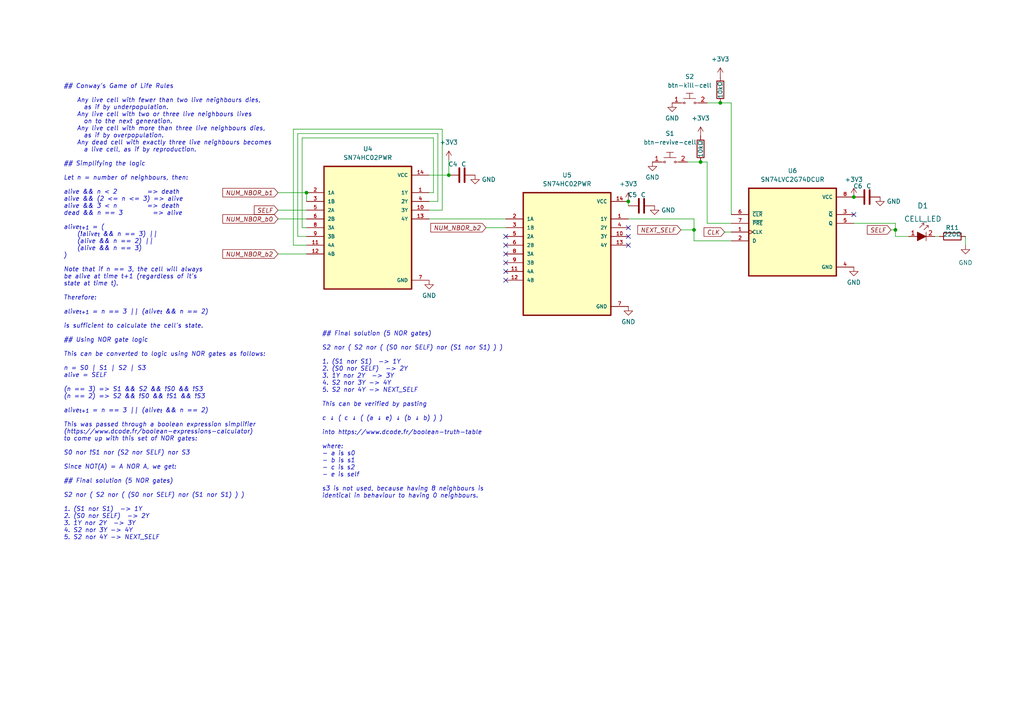
<source format=kicad_sch>
(kicad_sch (version 20211123) (generator eeschema)
  (paper "A4")
  (lib_symbols
    (symbol "Device:C" (pin_numbers hide) (pin_names (offset 0.254))
      (property "Reference" "C" (at 0.635 2.54 0))
      (property "Value" "C" (at 0.635 -2.54 0))
      (symbol "C_0_1"
        (polyline (pts (xy -2.032 -0.762) (xy 2.032 -0.762)) (stroke (width 0.508)))
        (polyline (pts (xy -2.032 0.762) (xy 2.032 0.762)) (stroke (width 0.508)))
      )
      (symbol "C_1_1"
        (pin passive line (at 0 3.81 270) (length 2.794) (name "~") (number "1"))
        (pin passive line (at 0 -3.81 90) (length 2.794) (name "~") (number "2"))
      )
    )
    (symbol "Device:R" (pin_numbers hide) (pin_names (offset 0))
      (property "Reference" "R" (at 2.032 0 90))
      (property "Value" "R" (at 0 0 90))
      (symbol "R_0_1"
        (rectangle (start -1.016 -2.54) (end 1.016 2.54) (stroke (width 0.254)))
      )
      (symbol "R_1_1"
        (pin passive line (at 0 3.81 270) (length 1.27) (name "~") (number "1"))
        (pin passive line (at 0 -3.81 90) (length 1.27) (name "~") (number "2"))
      )
    )
    (symbol "SN74HC02PWR_NOR_4CH_2-INP:SN74HC02PWR" (pin_names (offset 1.016))
      (property "Reference" "U" (at -12.7 18.78 0))
      (property "Value" "SN74HC02PWR" (at -12.7 -21.78 0))
      (symbol "SN74HC02PWR_0_0"
        (rectangle (start -12.7 -17.78) (end 12.7 17.78) (stroke (width 0.41)) (fill (type background)))
        (pin output line (at 17.78 10.16 180) (length 5.08) (name "1Y") (number "1"))
        (pin output line (at 17.78 5.08 180) (length 5.08) (name "3Y") (number "10"))
        (pin input line (at -17.78 -5.08 0) (length 5.08) (name "4A") (number "11"))
        (pin input line (at -17.78 -7.62 0) (length 5.08) (name "4B") (number "12"))
        (pin output line (at 17.78 2.54 180) (length 5.08) (name "4Y") (number "13"))
        (pin power_in line (at 17.78 15.24 180) (length 5.08) (name "VCC") (number "14"))
        (pin input line (at -17.78 10.16 0) (length 5.08) (name "1A") (number "2"))
        (pin input line (at -17.78 7.62 0) (length 5.08) (name "1B") (number "3"))
        (pin output line (at 17.78 7.62 180) (length 5.08) (name "2Y") (number "4"))
        (pin input line (at -17.78 5.08 0) (length 5.08) (name "2A") (number "5"))
        (pin input line (at -17.78 2.54 0) (length 5.08) (name "2B") (number "6"))
        (pin power_in line (at 17.78 -15.24 180) (length 5.08) (name "GND") (number "7"))
        (pin input line (at -17.78 0 0) (length 5.08) (name "3A") (number "8"))
        (pin input line (at -17.78 -2.54 0) (length 5.08) (name "3B") (number "9"))
      )
    )
    (symbol "SN74LVC2G74DCUR_d-flip-flop:SN74LVC2G74DCUR" (pin_names (offset 1.016))
      (property "Reference" "U" (at -12.7 13.7 0))
      (property "Value" "SN74LVC2G74DCUR" (at -12.7 -16.7 0))
      (symbol "SN74LVC2G74DCUR_0_0"
        (rectangle (start -12.7 -12.7) (end 12.7 12.7) (stroke (width 0.41)) (fill (type background)))
        (pin input clock (at -17.78 0 0) (length 5.08) (name "CLK") (number "1"))
        (pin input line (at -17.78 -2.54 0) (length 5.08) (name "D") (number "2"))
        (pin output line (at 17.78 5.08 180) (length 5.08) (name "~{Q}") (number "3"))
        (pin power_in line (at 17.78 -10.16 180) (length 5.08) (name "GND") (number "4"))
        (pin output line (at 17.78 2.54 180) (length 5.08) (name "Q") (number "5"))
        (pin input line (at -17.78 5.08 0) (length 5.08) (name "~{CLR}") (number "6"))
        (pin input line (at -17.78 2.54 0) (length 5.08) (name "~{PRE}") (number "7"))
        (pin power_in line (at 17.78 10.16 180) (length 5.08) (name "VCC") (number "8"))
      )
    )
    (symbol "dk_LED-Indication-Discrete:LTST-C171KRKT" (pin_names (offset 0))
      (property "Reference" "D" (at -3.81 2.54 0))
      (property "Value" "LTST-C171KRKT" (at -1.27 -3.81 0))
      (symbol "LTST-C171KRKT_0_1"
        (polyline (pts (xy -0.635 3.81) (xy -1.905 2.54)))
        (polyline (pts (xy 0 1.27) (xy 0 -1.27)))
        (polyline (pts (xy 0.635 3.175) (xy -0.635 1.905)))
        (polyline (pts (xy -1.27 3.81) (xy -0.635 3.81) (xy -0.635 3.175)))
        (polyline (pts (xy 0 3.175) (xy 0.635 3.175) (xy 0.635 2.54)))
        (polyline (pts (xy -2.54 1.27) (xy -2.54 -1.27) (xy 0 0) (xy -2.54 1.27)) (fill (type outline)))
      )
      (symbol "LTST-C171KRKT_1_1"
        (pin passive line (at -5.08 0 0) (length 2.54) (name "~") (number "1"))
        (pin passive line (at 2.54 0 180) (length 2.54) (name "~") (number "2"))
      )
    )
    (symbol "dk_Pushbutton-Switches:GPTS203211B" (pin_names (offset 1.016))
      (property "Reference" "S" (at -3.81 3.81 0))
      (property "Value" "GPTS203211B" (at 0 -2.54 0))
      (symbol "GPTS203211B_0_1"
        (circle (center -1.524 0) (radius 0.254))
        (polyline (pts (xy -2.54 0) (xy -1.778 0)))
        (polyline (pts (xy -1.778 1.27) (xy 1.778 1.27)))
        (polyline (pts (xy -1.016 2.794) (xy 1.016 2.794)))
        (polyline (pts (xy 0 1.27) (xy 0 2.794)))
        (polyline (pts (xy 2.54 0) (xy 1.778 0)))
        (circle (center 1.524 0) (radius 0.254))
      )
      (symbol "GPTS203211B_1_1"
        (pin passive line (at -5.08 0 0) (length 2.54) (name "~") (number "1"))
        (pin passive line (at 5.08 0 180) (length 2.54) (name "~") (number "2"))
      )
    )
    (symbol "power:+3.3V" (power) (pin_names (offset 0))
      (property "Value" "+3.3V" (at 0 3.556 0))
      (symbol "+3.3V_0_1"
        (polyline (pts (xy -0.762 1.27) (xy 0 2.54)))
        (polyline (pts (xy 0 0) (xy 0 2.54)))
        (polyline (pts (xy 0 2.54) (xy 0.762 1.27)))
      )
      (symbol "+3.3V_1_1"
        (pin power_in line (at 0 0 90) (length 0) hide (name "+3V3") (number "1"))
      )
    )
    (symbol "power:GND" (power) (pin_names (offset 0))
      (property "Value" "GND" (at 0 -3.81 0))
      (symbol "GND_0_1"
        (polyline (pts (xy 0 0) (xy 0 -1.27) (xy 1.27 -1.27) (xy 0 -2.54) (xy -1.27 -1.27) (xy 0 -1.27)))
      )
      (symbol "GND_1_1"
        (pin power_in line (at 0 0 270) (length 0) hide (name "GND") (number "1"))
      )
    )
  )
  (junction (at 130.175 50.8))
  (junction (at 259.715 66.675))
  (junction (at 247.65 57.15))
  (junction (at 208.915 29.845))
  (junction (at 88.9 55.88))
  (junction (at 203.2 46.99))
  (junction (at 182.245 58.42))
  (junction (at 201.295 66.675))
  (no_connect (at 182.245 71.12))
  (no_connect (at 146.685 71.12))
  (no_connect (at 182.245 68.58))
  (no_connect (at 146.685 73.66))
  (no_connect (at 182.245 66.04))
  (no_connect (at 247.65 62.23))
  (no_connect (at 146.685 68.58))
  (no_connect (at 146.685 81.28))
  (no_connect (at 146.685 76.2))
  (no_connect (at 146.685 78.74))
  (wire (pts (xy 127 38.735) (xy 127 58.42)))
  (wire (pts (xy 85.09 71.12) (xy 88.9 71.12)))
  (wire (pts (xy 127 58.42) (xy 124.46 58.42)))
  (wire (pts (xy 263.525 68.58) (xy 259.715 68.58)))
  (wire (pts (xy 258.445 66.675) (xy 259.715 66.675)))
  (wire (pts (xy 124.46 60.96) (xy 128.27 60.96)))
  (wire (pts (xy 205.105 46.99) (xy 205.105 64.77)))
  (wire (pts (xy 182.245 63.5) (xy 201.295 63.5)))
  (wire (pts (xy 87.63 40.005) (xy 87.63 66.04)))
  (wire (pts (xy 88.9 68.58) (xy 86.36 68.58)))
  (wire (pts (xy 86.36 68.58) (xy 86.36 38.735)))
  (wire (pts (xy 125.73 55.88) (xy 125.73 40.005)))
  (wire (pts (xy 212.09 64.77) (xy 205.105 64.77)))
  (wire (pts (xy 80.645 73.66) (xy 88.9 73.66)))
  (wire (pts (xy 259.715 64.77) (xy 259.715 66.675)))
  (wire (pts (xy 212.09 67.31) (xy 210.185 67.31)))
  (wire (pts (xy 247.65 64.77) (xy 259.715 64.77)))
  (wire (pts (xy 205.105 46.99) (xy 203.2 46.99)))
  (wire (pts (xy 80.645 55.88) (xy 88.9 55.88)))
  (wire (pts (xy 259.715 66.675) (xy 259.715 68.58)))
  (wire (pts (xy 201.295 66.675) (xy 201.295 69.85)))
  (wire (pts (xy 130.175 50.8) (xy 124.46 50.8)))
  (wire (pts (xy 85.09 37.465) (xy 85.09 71.12)))
  (wire (pts (xy 182.245 59.69) (xy 182.245 58.42)))
  (wire (pts (xy 80.645 60.96) (xy 88.9 60.96)))
  (wire (pts (xy 125.73 40.005) (xy 87.63 40.005)))
  (wire (pts (xy 87.63 66.04) (xy 88.9 66.04)))
  (wire (pts (xy 128.27 37.465) (xy 85.09 37.465)))
  (wire (pts (xy 128.27 60.96) (xy 128.27 37.465)))
  (wire (pts (xy 88.9 58.42) (xy 88.9 55.88)))
  (wire (pts (xy 140.97 66.04) (xy 146.685 66.04)))
  (wire (pts (xy 212.09 29.845) (xy 212.09 62.23)))
  (wire (pts (xy 280.035 71.12) (xy 280.035 68.58)))
  (wire (pts (xy 203.2 46.99) (xy 199.39 46.99)))
  (wire (pts (xy 208.915 29.845) (xy 205.105 29.845)))
  (wire (pts (xy 212.09 29.845) (xy 208.915 29.845)))
  (wire (pts (xy 201.295 63.5) (xy 201.295 66.675)))
  (wire (pts (xy 86.36 38.735) (xy 127 38.735)))
  (wire (pts (xy 130.175 46.355) (xy 130.175 50.8)))
  (wire (pts (xy 197.485 66.675) (xy 201.295 66.675)))
  (wire (pts (xy 124.46 63.5) (xy 146.685 63.5)))
  (wire (pts (xy 124.46 55.88) (xy 125.73 55.88)))
  (wire (pts (xy 201.295 69.85) (xy 212.09 69.85)))
  (wire (pts (xy 88.9 63.5) (xy 80.645 63.5)))
  (wire (pts (xy 272.415 68.58) (xy 271.145 68.58)))
  (text "## Conway's Game of Life Rules\n\n    Any live cell with fewer than two live neighbours dies, \n      as if by underpopulation.\n    Any live cell with two or three live neighbours lives\n      on to the next generation.\n    Any live cell with more than three live neighbours dies,\n      as if by overpopulation.\n    Any dead cell with exactly three live neighbours becomes\n      a live cell, as if by reproduction.\n\n## Simplifying the logic\n\nLet n = number of neighbours, then:\n\nalive && n < 2         => death\nalive && (2 <= n <= 3) => alive\nalive && 3 < n         => death\ndead && n == 3         => alive\n\nalive_{t+1} = (\n    (!alive_{t} && n == 3) || \n    (alive && n == 2) ||\n    (alive && n == 3)\n)\n\nNote that if n == 3, the cell will always\nbe alive at time t+1 (regardless of it's\nstate at time t).\n\nTherefore:\n\nalive_{t+1} = n == 3 || (alive_{t} && n == 2)\n\nis sufficient to calculate the cell's state. \n\n## Using NOR gate logic\n\nThis can be converted to logic using NOR gates as follows:\n\nn = S0 | S1 | S2 | S3\nalive = SELF\n\n(n == 3) => S1 && S2 && !S0 && !S3\n(n == 2) => S2 && !S0 && !S1 && !S3\n\nalive_{t+1} = n == 3 || (alive_{t} && n == 2)\n\nThis was passed through a boolean expression simplifier \n(https://www.dcode.fr/boolean-expressions-calculator)\nto come up with this set of NOR gates:\n\nS0 nor !S1 nor (S2 nor SELF) nor S3\n\nSince NOT(A) = A NOR A, we get:\n\n## Final solution (5 NOR gates)\n\nS2 nor ( S2 nor ( (S0 nor SELF) nor (S1 nor S1) ) )\n\n1. (S1 nor S1)  -> 1Y\n2. (S0 nor SELF)  -> 2Y\n3. 1Y nor 2Y  -> 3Y\n4. S2 nor 3Y -> 4Y\n5. S2 nor 4Y -> NEXT_SELF\n\n" (at 18.415 158.75 0) (effects (font (size 1.27 1.27) italic) (justify left bottom)))
  (text "## Final solution (5 NOR gates)\n\nS2 nor ( S2 nor ( (S0 nor SELF) nor (S1 nor S1) ) )\n\n1. (S1 nor S1)  -> 1Y\n2. (S0 nor SELF)  -> 2Y\n3. 1Y nor 2Y  -> 3Y\n4. S2 nor 3Y -> 4Y\n5. S2 nor 4Y -> NEXT_SELF\n\nThis can be verified by pasting \n\nc ↓ ( c ↓ ( (a ↓ e) ↓ (b ↓ b) ) )\n\ninto https://www.dcode.fr/boolean-truth-table\n\nwhere:\n- a is s0\n- b is s1\n- c is s2\n- e is self\n\ns3 is not used, because having 8 neighbours is\nidentical in behaviour to having 0 neighbours.\n\n" (at 93.345 146.685 0) (effects (font (size 1.27 1.27) italic) (justify left bottom)))
  (global_label "NUM_NBOR_b0" (shape input) (at 80.645 63.5 180) (effects (font italic)) (property "Intersheet References" "${INTERSHEET_REFS}" (effects hide)))
  (global_label "NEXT_SELF" (shape input) (at 197.485 66.675 180) (effects (font italic)) (property "Intersheet References" "${INTERSHEET_REFS}" (effects hide)))
  (global_label "SELF" (shape input) (at 258.445 66.675 180) (effects (font italic)) (property "Intersheet References" "${INTERSHEET_REFS}" (effects hide)))
  (global_label "NUM_NBOR_b1" (shape input) (at 80.645 55.88 180) (effects (font italic)) (property "Intersheet References" "${INTERSHEET_REFS}" (effects hide)))
  (global_label "CLK" (shape input) (at 210.185 67.31 180) (effects (font italic)) (property "Intersheet References" "${INTERSHEET_REFS}" (effects hide)))
  (global_label "NUM_NBOR_b2" (shape input) (at 80.645 73.66 180) (effects (font italic)) (property "Intersheet References" "${INTERSHEET_REFS}" (effects hide)))
  (global_label "SELF" (shape input) (at 80.645 60.96 180) (effects (font italic)) (property "Intersheet References" "${INTERSHEET_REFS}" (effects hide)))
  (global_label "NUM_NBOR_b2" (shape input) (at 140.97 66.04 180) (effects (font italic)) (property "Intersheet References" "${INTERSHEET_REFS}" (effects hide)))
  (symbol (lib_id "power:+3.3V") (at 208.915 22.225 0) (unit 1)
    (property "Reference" "#PWR028" (effects hide))
    (property "Value" "+3.3V" (at 208.915 17.145 0))
  )
  (symbol (lib_id "Device:C") (at 186.055 59.69 90) (unit 1)
    (property "Reference" "C5" (at 184.7849 56.515 90) (effects (justify left)))
    (property "Value" "C" (at 187.3249 56.515 90) (effects (justify left)))
    (property "Footprint" "Capacitor_SMD:C_1206_3216Metric_Pad1.33x1.80mm_HandSolder" (effects hide))
  )
  (symbol (lib_id "Device:R") (at 203.2 43.18 180) (unit 1)
    (property "Reference" "R9" (effects hide))
    (property "Value" "10kΩ" (at 203.2 40.64 90) (effects (justify left)))
    (property "Footprint" "Resistor_SMD:R_1206_3216Metric_Pad1.30x1.75mm_HandSolder" (effects hide))
  )
  (symbol (lib_id "SN74LVC2G74DCUR_d-flip-flop:SN74LVC2G74DCUR") (at 229.87 67.31 0) (unit 1)
    (property "Reference" "U6" (at 229.87 49.53 0))
    (property "Value" "SN74LVC2G74DCUR" (at 229.87 52.07 0))
    (property "Footprint" "footprints:SN74LVC2G74DCUR_d-flip-flop" (effects hide))
  )
  (symbol (lib_id "power:+3.3V") (at 203.2 39.37 0) (unit 1)
    (property "Reference" "#PWR027" (effects hide))
    (property "Value" "+3.3V" (at 203.2 34.29 0))
  )
  (symbol (lib_id "Device:C") (at 251.46 57.15 90) (unit 1)
    (property "Reference" "C6" (at 250.1899 53.975 90) (effects (justify left)))
    (property "Value" "C" (at 252.7299 53.975 90) (effects (justify left)))
    (property "Footprint" "Capacitor_SMD:C_1206_3216Metric_Pad1.33x1.80mm_HandSolder" (effects hide))
  )
  (symbol (lib_id "power:+3.3V") (at 130.175 46.355 0) (unit 1)
    (property "Reference" "#PWR019" (effects hide))
    (property "Value" "+3.3V" (at 130.175 41.275 0))
  )
  (symbol (lib_id "dk_Pushbutton-Switches:GPTS203211B") (at 200.025 29.845 0) (unit 1)
    (property "Reference" "S2" (at 200.025 22.225 0))
    (property "Value" "btn-kill-cell" (at 200.025 24.765 0))
    (property "Footprint" "footprints:SW_1825910-6-btn" (effects hide))
    (property "Datasheet" "http://switches-connectors-custom.cwind.com/Asset/GPTS203211BR2.pdf" (effects hide))
    (property "Digi-Key_PN" "CW181-ND" (effects hide))
    (property "MPN" "GPTS203211B" (effects hide))
    (property "Category" "Switches" (effects hide))
    (property "Family" "Pushbutton Switches" (effects hide))
    (property "DK_Datasheet_Link" "http://switches-connectors-custom.cwind.com/Asset/GPTS203211BR2.pdf" (effects hide))
    (property "DK_Detail_Page" "/product-detail/en/cw-industries/GPTS203211B/CW181-ND/3190590" (effects hide))
    (property "Description" "SWITCH PUSHBUTTON SPST 1A 30V" (effects hide))
    (property "Manufacturer" "CW Industries" (effects hide))
    (property "Status" "Active" (effects hide))
  )
  (symbol (lib_id "dk_Pushbutton-Switches:GPTS203211B") (at 194.31 46.99 0) (unit 1)
    (property "Reference" "S1" (at 194.31 38.735 0))
    (property "Value" "btn-revive-cell" (at 194.31 41.275 0))
    (property "Footprint" "footprints:SW_1825910-6-btn" (effects hide))
    (property "Datasheet" "http://switches-connectors-custom.cwind.com/Asset/GPTS203211BR2.pdf" (effects hide))
    (property "Digi-Key_PN" "CW181-ND" (effects hide))
    (property "MPN" "GPTS203211B" (effects hide))
    (property "Category" "Switches" (effects hide))
    (property "Family" "Pushbutton Switches" (effects hide))
    (property "DK_Datasheet_Link" "http://switches-connectors-custom.cwind.com/Asset/GPTS203211BR2.pdf" (effects hide))
    (property "DK_Detail_Page" "/product-detail/en/cw-industries/GPTS203211B/CW181-ND/3190590" (effects hide))
    (property "Description" "SWITCH PUSHBUTTON SPST 1A 30V" (effects hide))
    (property "Manufacturer" "CW Industries" (effects hide))
    (property "Status" "Active" (effects hide))
  )
  (symbol (lib_id "power:GND") (at 247.65 77.47 0) (unit 1)
    (property "Reference" "#PWR030" (effects hide))
    (property "Value" "GND" (at 247.65 81.915 0))
  )
  (symbol (lib_id "power:GND") (at 137.795 50.8 0) (unit 1)
    (property "Reference" "#PWR020" (effects hide))
    (property "Value" "GND" (at 139.7 52.0699 0) (effects (justify left)))
  )
  (symbol (lib_id "power:GND") (at 189.23 46.99 0) (unit 1)
    (property "Reference" "#PWR023" (effects hide))
    (property "Value" "GND" (at 189.23 51.435 0))
  )
  (symbol (lib_id "SN74HC02PWR_NOR_4CH_2-INP:SN74HC02PWR") (at 164.465 73.66 0) (unit 1)
    (property "Reference" "U5" (at 164.465 50.8 0))
    (property "Value" "SN74HC02PWR" (at 164.465 53.34 0))
    (property "Footprint" "footprints:SN74HC02PWR_NOR_4CH_2-INP" (effects hide))
  )
  (symbol (lib_id "power:+3.3V") (at 182.245 58.42 0) (unit 1)
    (property "Reference" "#PWR021" (effects hide))
    (property "Value" "+3.3V" (at 182.245 53.34 0))
  )
  (symbol (lib_id "Device:C") (at 133.985 50.8 90) (unit 1)
    (property "Reference" "C4" (at 132.7149 47.625 90) (effects (justify left)))
    (property "Value" "C" (at 135.2549 47.625 90) (effects (justify left)))
    (property "Footprint" "Capacitor_SMD:C_1206_3216Metric_Pad1.33x1.80mm_HandSolder" (effects hide))
  )
  (symbol (lib_id "Device:R") (at 208.915 26.035 180) (unit 1)
    (property "Reference" "R10" (effects hide))
    (property "Value" "10kΩ" (at 208.915 23.495 90) (effects (justify left)))
    (property "Footprint" "Resistor_SMD:R_1206_3216Metric_Pad1.30x1.75mm_HandSolder" (effects hide))
  )
  (symbol (lib_id "Device:R") (at 276.225 68.58 270) (unit 1)
    (property "Reference" "R11" (at 276.225 66.04 90))
    (property "Value" "220Ω" (at 276.225 67.945 90))
    (property "Footprint" "Resistor_SMD:R_1206_3216Metric_Pad1.30x1.75mm_HandSolder" (effects hide))
  )
  (symbol (lib_id "dk_LED-Indication-Discrete:LTST-C171KRKT") (at 268.605 68.58 0) (unit 1)
    (property "Reference" "D1" (at 267.6525 59.69 0) (effects (font (size 1.524 1.524))))
    (property "Value" "CELL_LED" (at 267.6525 63.5 0) (effects (font (size 1.524 1.524))))
    (property "Footprint" "digikey-footprints:1206" (effects hide))
    (property "Datasheet" "http://optoelectronics.liteon.com/upload/download/DS22-2000-109/LTST-C171KRKT.pdf" (effects hide))
    (property "Digi-Key_PN" "160-1427-1-ND" (effects hide))
    (property "MPN" "LTST-C171KRKT" (effects hide))
    (property "Category" "Optoelectronics" (effects hide))
    (property "Family" "LED Indication - Discrete" (effects hide))
    (property "DK_Datasheet_Link" "http://optoelectronics.liteon.com/upload/download/DS22-2000-109/LTST-C171KRKT.pdf" (effects hide))
    (property "DK_Detail_Page" "/product-detail/en/lite-on-inc/LTST-C171KRKT/160-1427-1-ND/386800" (effects hide))
    (property "Description" "LED RED CLEAR SMD" (effects hide))
    (property "Manufacturer" "Lite-On Inc." (effects hide))
    (property "Status" "Active" (effects hide))
  )
  (symbol (lib_id "SN74HC02PWR_NOR_4CH_2-INP:SN74HC02PWR") (at 106.68 66.04 0) (unit 1)
    (property "Reference" "U4" (at 106.68 43.18 0))
    (property "Value" "SN74HC02PWR" (at 106.68 45.72 0))
    (property "Footprint" "footprints:SN74HC02PWR_NOR_4CH_2-INP" (effects hide))
  )
  (symbol (lib_id "power:GND") (at 280.035 71.12 0) (unit 1)
    (property "Reference" "#PWR032" (effects hide))
    (property "Value" "GND" (at 280.035 76.2 0))
  )
  (symbol (lib_id "power:GND") (at 189.865 59.69 0) (unit 1)
    (property "Reference" "#PWR024" (effects hide))
    (property "Value" "GND" (at 191.77 60.9599 0) (effects (justify left)))
  )
  (symbol (lib_id "power:GND") (at 182.245 88.9 0) (unit 1)
    (property "Reference" "#PWR022" (effects hide))
    (property "Value" "GND" (at 182.245 93.345 0))
  )
  (symbol (lib_id "power:GND") (at 255.27 57.15 0) (unit 1)
    (property "Reference" "#PWR031" (effects hide))
    (property "Value" "GND" (at 257.175 58.4199 0) (effects (justify left)))
  )
  (symbol (lib_id "power:GND") (at 194.945 29.845 0) (unit 1)
    (property "Reference" "#PWR025" (effects hide))
    (property "Value" "GND" (at 194.945 34.29 0))
  )
  (symbol (lib_id "power:GND") (at 124.46 81.28 0) (unit 1)
    (property "Reference" "#PWR018" (effects hide))
    (property "Value" "GND" (at 124.46 85.725 0))
  )
  (symbol (lib_id "power:+3.3V") (at 247.65 57.15 0) (unit 1)
    (property "Reference" "#PWR029" (effects hide))
    (property "Value" "+3.3V" (at 247.65 52.07 0))
  )
)
</source>
